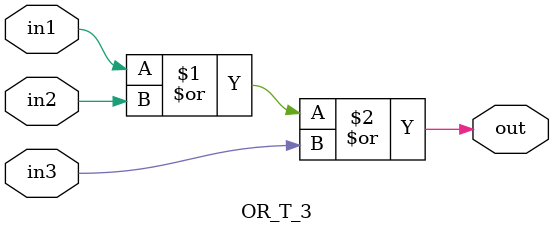
<source format=v>
`timescale 1ns / 1ps

`define	D 1	// definition of the delay


module OR_T_3(out, in1, in2, in3);
    input in1, in2, in3;
    output out;
    
    or #`D or1 (out, in1, in2, in3);

endmodule

</source>
